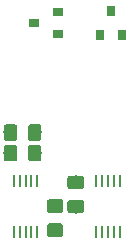
<source format=gbr>
G04 #@! TF.GenerationSoftware,KiCad,Pcbnew,(5.0.2)-1*
G04 #@! TF.CreationDate,2020-08-24T11:05:20+02:00*
G04 #@! TF.ProjectId,TinkerShieldPaddle,54696e6b-6572-4536-9869-656c64506164,rev?*
G04 #@! TF.SameCoordinates,Original*
G04 #@! TF.FileFunction,Paste,Top*
G04 #@! TF.FilePolarity,Positive*
%FSLAX46Y46*%
G04 Gerber Fmt 4.6, Leading zero omitted, Abs format (unit mm)*
G04 Created by KiCad (PCBNEW (5.0.2)-1) date 24.08.2020 11:05:20*
%MOMM*%
%LPD*%
G01*
G04 APERTURE LIST*
%ADD10C,0.100000*%
%ADD11C,1.150000*%
%ADD12R,0.250000X1.100000*%
%ADD13R,0.900000X0.800000*%
%ADD14R,0.800000X0.900000*%
G04 APERTURE END LIST*
D10*
G04 #@! TO.C,C1*
G36*
X158474505Y-141451204D02*
X158498773Y-141454804D01*
X158522572Y-141460765D01*
X158545671Y-141469030D01*
X158567850Y-141479520D01*
X158588893Y-141492132D01*
X158608599Y-141506747D01*
X158626777Y-141523223D01*
X158643253Y-141541401D01*
X158657868Y-141561107D01*
X158670480Y-141582150D01*
X158680970Y-141604329D01*
X158689235Y-141627428D01*
X158695196Y-141651227D01*
X158698796Y-141675495D01*
X158700000Y-141699999D01*
X158700000Y-142350001D01*
X158698796Y-142374505D01*
X158695196Y-142398773D01*
X158689235Y-142422572D01*
X158680970Y-142445671D01*
X158670480Y-142467850D01*
X158657868Y-142488893D01*
X158643253Y-142508599D01*
X158626777Y-142526777D01*
X158608599Y-142543253D01*
X158588893Y-142557868D01*
X158567850Y-142570480D01*
X158545671Y-142580970D01*
X158522572Y-142589235D01*
X158498773Y-142595196D01*
X158474505Y-142598796D01*
X158450001Y-142600000D01*
X157549999Y-142600000D01*
X157525495Y-142598796D01*
X157501227Y-142595196D01*
X157477428Y-142589235D01*
X157454329Y-142580970D01*
X157432150Y-142570480D01*
X157411107Y-142557868D01*
X157391401Y-142543253D01*
X157373223Y-142526777D01*
X157356747Y-142508599D01*
X157342132Y-142488893D01*
X157329520Y-142467850D01*
X157319030Y-142445671D01*
X157310765Y-142422572D01*
X157304804Y-142398773D01*
X157301204Y-142374505D01*
X157300000Y-142350001D01*
X157300000Y-141699999D01*
X157301204Y-141675495D01*
X157304804Y-141651227D01*
X157310765Y-141627428D01*
X157319030Y-141604329D01*
X157329520Y-141582150D01*
X157342132Y-141561107D01*
X157356747Y-141541401D01*
X157373223Y-141523223D01*
X157391401Y-141506747D01*
X157411107Y-141492132D01*
X157432150Y-141479520D01*
X157454329Y-141469030D01*
X157477428Y-141460765D01*
X157501227Y-141454804D01*
X157525495Y-141451204D01*
X157549999Y-141450000D01*
X158450001Y-141450000D01*
X158474505Y-141451204D01*
X158474505Y-141451204D01*
G37*
D11*
X158000000Y-142025000D03*
D10*
G36*
X158474505Y-139401204D02*
X158498773Y-139404804D01*
X158522572Y-139410765D01*
X158545671Y-139419030D01*
X158567850Y-139429520D01*
X158588893Y-139442132D01*
X158608599Y-139456747D01*
X158626777Y-139473223D01*
X158643253Y-139491401D01*
X158657868Y-139511107D01*
X158670480Y-139532150D01*
X158680970Y-139554329D01*
X158689235Y-139577428D01*
X158695196Y-139601227D01*
X158698796Y-139625495D01*
X158700000Y-139649999D01*
X158700000Y-140300001D01*
X158698796Y-140324505D01*
X158695196Y-140348773D01*
X158689235Y-140372572D01*
X158680970Y-140395671D01*
X158670480Y-140417850D01*
X158657868Y-140438893D01*
X158643253Y-140458599D01*
X158626777Y-140476777D01*
X158608599Y-140493253D01*
X158588893Y-140507868D01*
X158567850Y-140520480D01*
X158545671Y-140530970D01*
X158522572Y-140539235D01*
X158498773Y-140545196D01*
X158474505Y-140548796D01*
X158450001Y-140550000D01*
X157549999Y-140550000D01*
X157525495Y-140548796D01*
X157501227Y-140545196D01*
X157477428Y-140539235D01*
X157454329Y-140530970D01*
X157432150Y-140520480D01*
X157411107Y-140507868D01*
X157391401Y-140493253D01*
X157373223Y-140476777D01*
X157356747Y-140458599D01*
X157342132Y-140438893D01*
X157329520Y-140417850D01*
X157319030Y-140395671D01*
X157310765Y-140372572D01*
X157304804Y-140348773D01*
X157301204Y-140324505D01*
X157300000Y-140300001D01*
X157300000Y-139649999D01*
X157301204Y-139625495D01*
X157304804Y-139601227D01*
X157310765Y-139577428D01*
X157319030Y-139554329D01*
X157329520Y-139532150D01*
X157342132Y-139511107D01*
X157356747Y-139491401D01*
X157373223Y-139473223D01*
X157391401Y-139456747D01*
X157411107Y-139442132D01*
X157432150Y-139429520D01*
X157454329Y-139419030D01*
X157477428Y-139410765D01*
X157501227Y-139404804D01*
X157525495Y-139401204D01*
X157549999Y-139400000D01*
X158450001Y-139400000D01*
X158474505Y-139401204D01*
X158474505Y-139401204D01*
G37*
D11*
X158000000Y-139975000D03*
G04 #@! TD*
D10*
G04 #@! TO.C,C4*
G36*
X156624505Y-133051204D02*
X156648773Y-133054804D01*
X156672572Y-133060765D01*
X156695671Y-133069030D01*
X156717850Y-133079520D01*
X156738893Y-133092132D01*
X156758599Y-133106747D01*
X156776777Y-133123223D01*
X156793253Y-133141401D01*
X156807868Y-133161107D01*
X156820480Y-133182150D01*
X156830970Y-133204329D01*
X156839235Y-133227428D01*
X156845196Y-133251227D01*
X156848796Y-133275495D01*
X156850000Y-133299999D01*
X156850000Y-134200001D01*
X156848796Y-134224505D01*
X156845196Y-134248773D01*
X156839235Y-134272572D01*
X156830970Y-134295671D01*
X156820480Y-134317850D01*
X156807868Y-134338893D01*
X156793253Y-134358599D01*
X156776777Y-134376777D01*
X156758599Y-134393253D01*
X156738893Y-134407868D01*
X156717850Y-134420480D01*
X156695671Y-134430970D01*
X156672572Y-134439235D01*
X156648773Y-134445196D01*
X156624505Y-134448796D01*
X156600001Y-134450000D01*
X155949999Y-134450000D01*
X155925495Y-134448796D01*
X155901227Y-134445196D01*
X155877428Y-134439235D01*
X155854329Y-134430970D01*
X155832150Y-134420480D01*
X155811107Y-134407868D01*
X155791401Y-134393253D01*
X155773223Y-134376777D01*
X155756747Y-134358599D01*
X155742132Y-134338893D01*
X155729520Y-134317850D01*
X155719030Y-134295671D01*
X155710765Y-134272572D01*
X155704804Y-134248773D01*
X155701204Y-134224505D01*
X155700000Y-134200001D01*
X155700000Y-133299999D01*
X155701204Y-133275495D01*
X155704804Y-133251227D01*
X155710765Y-133227428D01*
X155719030Y-133204329D01*
X155729520Y-133182150D01*
X155742132Y-133161107D01*
X155756747Y-133141401D01*
X155773223Y-133123223D01*
X155791401Y-133106747D01*
X155811107Y-133092132D01*
X155832150Y-133079520D01*
X155854329Y-133069030D01*
X155877428Y-133060765D01*
X155901227Y-133054804D01*
X155925495Y-133051204D01*
X155949999Y-133050000D01*
X156600001Y-133050000D01*
X156624505Y-133051204D01*
X156624505Y-133051204D01*
G37*
D11*
X156275000Y-133750000D03*
D10*
G36*
X154574505Y-133051204D02*
X154598773Y-133054804D01*
X154622572Y-133060765D01*
X154645671Y-133069030D01*
X154667850Y-133079520D01*
X154688893Y-133092132D01*
X154708599Y-133106747D01*
X154726777Y-133123223D01*
X154743253Y-133141401D01*
X154757868Y-133161107D01*
X154770480Y-133182150D01*
X154780970Y-133204329D01*
X154789235Y-133227428D01*
X154795196Y-133251227D01*
X154798796Y-133275495D01*
X154800000Y-133299999D01*
X154800000Y-134200001D01*
X154798796Y-134224505D01*
X154795196Y-134248773D01*
X154789235Y-134272572D01*
X154780970Y-134295671D01*
X154770480Y-134317850D01*
X154757868Y-134338893D01*
X154743253Y-134358599D01*
X154726777Y-134376777D01*
X154708599Y-134393253D01*
X154688893Y-134407868D01*
X154667850Y-134420480D01*
X154645671Y-134430970D01*
X154622572Y-134439235D01*
X154598773Y-134445196D01*
X154574505Y-134448796D01*
X154550001Y-134450000D01*
X153899999Y-134450000D01*
X153875495Y-134448796D01*
X153851227Y-134445196D01*
X153827428Y-134439235D01*
X153804329Y-134430970D01*
X153782150Y-134420480D01*
X153761107Y-134407868D01*
X153741401Y-134393253D01*
X153723223Y-134376777D01*
X153706747Y-134358599D01*
X153692132Y-134338893D01*
X153679520Y-134317850D01*
X153669030Y-134295671D01*
X153660765Y-134272572D01*
X153654804Y-134248773D01*
X153651204Y-134224505D01*
X153650000Y-134200001D01*
X153650000Y-133299999D01*
X153651204Y-133275495D01*
X153654804Y-133251227D01*
X153660765Y-133227428D01*
X153669030Y-133204329D01*
X153679520Y-133182150D01*
X153692132Y-133161107D01*
X153706747Y-133141401D01*
X153723223Y-133123223D01*
X153741401Y-133106747D01*
X153761107Y-133092132D01*
X153782150Y-133079520D01*
X153804329Y-133069030D01*
X153827428Y-133060765D01*
X153851227Y-133054804D01*
X153875495Y-133051204D01*
X153899999Y-133050000D01*
X154550001Y-133050000D01*
X154574505Y-133051204D01*
X154574505Y-133051204D01*
G37*
D11*
X154225000Y-133750000D03*
G04 #@! TD*
D12*
G04 #@! TO.C,U1*
X154500000Y-137850000D03*
X155000000Y-137850000D03*
X155500000Y-137850000D03*
X156000000Y-137850000D03*
X156500000Y-137850000D03*
X156500000Y-142150000D03*
X156000000Y-142150000D03*
X155500000Y-142150000D03*
X155000000Y-142150000D03*
X154500000Y-142150000D03*
G04 #@! TD*
G04 #@! TO.C,U3*
X161500000Y-142150000D03*
X162000000Y-142150000D03*
X162500000Y-142150000D03*
X163000000Y-142150000D03*
X163500000Y-142150000D03*
X163500000Y-137850000D03*
X163000000Y-137850000D03*
X162500000Y-137850000D03*
X162000000Y-137850000D03*
X161500000Y-137850000D03*
G04 #@! TD*
D13*
G04 #@! TO.C,Q1*
X156250000Y-124500000D03*
X158250000Y-123550000D03*
X158250000Y-125450000D03*
G04 #@! TD*
D14*
G04 #@! TO.C,Q2*
X161800000Y-125500000D03*
X163700000Y-125500000D03*
X162750000Y-123500000D03*
G04 #@! TD*
D10*
G04 #@! TO.C,R5*
G36*
X160224505Y-139451204D02*
X160248773Y-139454804D01*
X160272572Y-139460765D01*
X160295671Y-139469030D01*
X160317850Y-139479520D01*
X160338893Y-139492132D01*
X160358599Y-139506747D01*
X160376777Y-139523223D01*
X160393253Y-139541401D01*
X160407868Y-139561107D01*
X160420480Y-139582150D01*
X160430970Y-139604329D01*
X160439235Y-139627428D01*
X160445196Y-139651227D01*
X160448796Y-139675495D01*
X160450000Y-139699999D01*
X160450000Y-140350001D01*
X160448796Y-140374505D01*
X160445196Y-140398773D01*
X160439235Y-140422572D01*
X160430970Y-140445671D01*
X160420480Y-140467850D01*
X160407868Y-140488893D01*
X160393253Y-140508599D01*
X160376777Y-140526777D01*
X160358599Y-140543253D01*
X160338893Y-140557868D01*
X160317850Y-140570480D01*
X160295671Y-140580970D01*
X160272572Y-140589235D01*
X160248773Y-140595196D01*
X160224505Y-140598796D01*
X160200001Y-140600000D01*
X159299999Y-140600000D01*
X159275495Y-140598796D01*
X159251227Y-140595196D01*
X159227428Y-140589235D01*
X159204329Y-140580970D01*
X159182150Y-140570480D01*
X159161107Y-140557868D01*
X159141401Y-140543253D01*
X159123223Y-140526777D01*
X159106747Y-140508599D01*
X159092132Y-140488893D01*
X159079520Y-140467850D01*
X159069030Y-140445671D01*
X159060765Y-140422572D01*
X159054804Y-140398773D01*
X159051204Y-140374505D01*
X159050000Y-140350001D01*
X159050000Y-139699999D01*
X159051204Y-139675495D01*
X159054804Y-139651227D01*
X159060765Y-139627428D01*
X159069030Y-139604329D01*
X159079520Y-139582150D01*
X159092132Y-139561107D01*
X159106747Y-139541401D01*
X159123223Y-139523223D01*
X159141401Y-139506747D01*
X159161107Y-139492132D01*
X159182150Y-139479520D01*
X159204329Y-139469030D01*
X159227428Y-139460765D01*
X159251227Y-139454804D01*
X159275495Y-139451204D01*
X159299999Y-139450000D01*
X160200001Y-139450000D01*
X160224505Y-139451204D01*
X160224505Y-139451204D01*
G37*
D11*
X159750000Y-140025000D03*
D10*
G36*
X160224505Y-137401204D02*
X160248773Y-137404804D01*
X160272572Y-137410765D01*
X160295671Y-137419030D01*
X160317850Y-137429520D01*
X160338893Y-137442132D01*
X160358599Y-137456747D01*
X160376777Y-137473223D01*
X160393253Y-137491401D01*
X160407868Y-137511107D01*
X160420480Y-137532150D01*
X160430970Y-137554329D01*
X160439235Y-137577428D01*
X160445196Y-137601227D01*
X160448796Y-137625495D01*
X160450000Y-137649999D01*
X160450000Y-138300001D01*
X160448796Y-138324505D01*
X160445196Y-138348773D01*
X160439235Y-138372572D01*
X160430970Y-138395671D01*
X160420480Y-138417850D01*
X160407868Y-138438893D01*
X160393253Y-138458599D01*
X160376777Y-138476777D01*
X160358599Y-138493253D01*
X160338893Y-138507868D01*
X160317850Y-138520480D01*
X160295671Y-138530970D01*
X160272572Y-138539235D01*
X160248773Y-138545196D01*
X160224505Y-138548796D01*
X160200001Y-138550000D01*
X159299999Y-138550000D01*
X159275495Y-138548796D01*
X159251227Y-138545196D01*
X159227428Y-138539235D01*
X159204329Y-138530970D01*
X159182150Y-138520480D01*
X159161107Y-138507868D01*
X159141401Y-138493253D01*
X159123223Y-138476777D01*
X159106747Y-138458599D01*
X159092132Y-138438893D01*
X159079520Y-138417850D01*
X159069030Y-138395671D01*
X159060765Y-138372572D01*
X159054804Y-138348773D01*
X159051204Y-138324505D01*
X159050000Y-138300001D01*
X159050000Y-137649999D01*
X159051204Y-137625495D01*
X159054804Y-137601227D01*
X159060765Y-137577428D01*
X159069030Y-137554329D01*
X159079520Y-137532150D01*
X159092132Y-137511107D01*
X159106747Y-137491401D01*
X159123223Y-137473223D01*
X159141401Y-137456747D01*
X159161107Y-137442132D01*
X159182150Y-137429520D01*
X159204329Y-137419030D01*
X159227428Y-137410765D01*
X159251227Y-137404804D01*
X159275495Y-137401204D01*
X159299999Y-137400000D01*
X160200001Y-137400000D01*
X160224505Y-137401204D01*
X160224505Y-137401204D01*
G37*
D11*
X159750000Y-137975000D03*
G04 #@! TD*
D10*
G04 #@! TO.C,R6*
G36*
X156624505Y-134801204D02*
X156648773Y-134804804D01*
X156672572Y-134810765D01*
X156695671Y-134819030D01*
X156717850Y-134829520D01*
X156738893Y-134842132D01*
X156758599Y-134856747D01*
X156776777Y-134873223D01*
X156793253Y-134891401D01*
X156807868Y-134911107D01*
X156820480Y-134932150D01*
X156830970Y-134954329D01*
X156839235Y-134977428D01*
X156845196Y-135001227D01*
X156848796Y-135025495D01*
X156850000Y-135049999D01*
X156850000Y-135950001D01*
X156848796Y-135974505D01*
X156845196Y-135998773D01*
X156839235Y-136022572D01*
X156830970Y-136045671D01*
X156820480Y-136067850D01*
X156807868Y-136088893D01*
X156793253Y-136108599D01*
X156776777Y-136126777D01*
X156758599Y-136143253D01*
X156738893Y-136157868D01*
X156717850Y-136170480D01*
X156695671Y-136180970D01*
X156672572Y-136189235D01*
X156648773Y-136195196D01*
X156624505Y-136198796D01*
X156600001Y-136200000D01*
X155949999Y-136200000D01*
X155925495Y-136198796D01*
X155901227Y-136195196D01*
X155877428Y-136189235D01*
X155854329Y-136180970D01*
X155832150Y-136170480D01*
X155811107Y-136157868D01*
X155791401Y-136143253D01*
X155773223Y-136126777D01*
X155756747Y-136108599D01*
X155742132Y-136088893D01*
X155729520Y-136067850D01*
X155719030Y-136045671D01*
X155710765Y-136022572D01*
X155704804Y-135998773D01*
X155701204Y-135974505D01*
X155700000Y-135950001D01*
X155700000Y-135049999D01*
X155701204Y-135025495D01*
X155704804Y-135001227D01*
X155710765Y-134977428D01*
X155719030Y-134954329D01*
X155729520Y-134932150D01*
X155742132Y-134911107D01*
X155756747Y-134891401D01*
X155773223Y-134873223D01*
X155791401Y-134856747D01*
X155811107Y-134842132D01*
X155832150Y-134829520D01*
X155854329Y-134819030D01*
X155877428Y-134810765D01*
X155901227Y-134804804D01*
X155925495Y-134801204D01*
X155949999Y-134800000D01*
X156600001Y-134800000D01*
X156624505Y-134801204D01*
X156624505Y-134801204D01*
G37*
D11*
X156275000Y-135500000D03*
D10*
G36*
X154574505Y-134801204D02*
X154598773Y-134804804D01*
X154622572Y-134810765D01*
X154645671Y-134819030D01*
X154667850Y-134829520D01*
X154688893Y-134842132D01*
X154708599Y-134856747D01*
X154726777Y-134873223D01*
X154743253Y-134891401D01*
X154757868Y-134911107D01*
X154770480Y-134932150D01*
X154780970Y-134954329D01*
X154789235Y-134977428D01*
X154795196Y-135001227D01*
X154798796Y-135025495D01*
X154800000Y-135049999D01*
X154800000Y-135950001D01*
X154798796Y-135974505D01*
X154795196Y-135998773D01*
X154789235Y-136022572D01*
X154780970Y-136045671D01*
X154770480Y-136067850D01*
X154757868Y-136088893D01*
X154743253Y-136108599D01*
X154726777Y-136126777D01*
X154708599Y-136143253D01*
X154688893Y-136157868D01*
X154667850Y-136170480D01*
X154645671Y-136180970D01*
X154622572Y-136189235D01*
X154598773Y-136195196D01*
X154574505Y-136198796D01*
X154550001Y-136200000D01*
X153899999Y-136200000D01*
X153875495Y-136198796D01*
X153851227Y-136195196D01*
X153827428Y-136189235D01*
X153804329Y-136180970D01*
X153782150Y-136170480D01*
X153761107Y-136157868D01*
X153741401Y-136143253D01*
X153723223Y-136126777D01*
X153706747Y-136108599D01*
X153692132Y-136088893D01*
X153679520Y-136067850D01*
X153669030Y-136045671D01*
X153660765Y-136022572D01*
X153654804Y-135998773D01*
X153651204Y-135974505D01*
X153650000Y-135950001D01*
X153650000Y-135049999D01*
X153651204Y-135025495D01*
X153654804Y-135001227D01*
X153660765Y-134977428D01*
X153669030Y-134954329D01*
X153679520Y-134932150D01*
X153692132Y-134911107D01*
X153706747Y-134891401D01*
X153723223Y-134873223D01*
X153741401Y-134856747D01*
X153761107Y-134842132D01*
X153782150Y-134829520D01*
X153804329Y-134819030D01*
X153827428Y-134810765D01*
X153851227Y-134804804D01*
X153875495Y-134801204D01*
X153899999Y-134800000D01*
X154550001Y-134800000D01*
X154574505Y-134801204D01*
X154574505Y-134801204D01*
G37*
D11*
X154225000Y-135500000D03*
G04 #@! TD*
M02*

</source>
